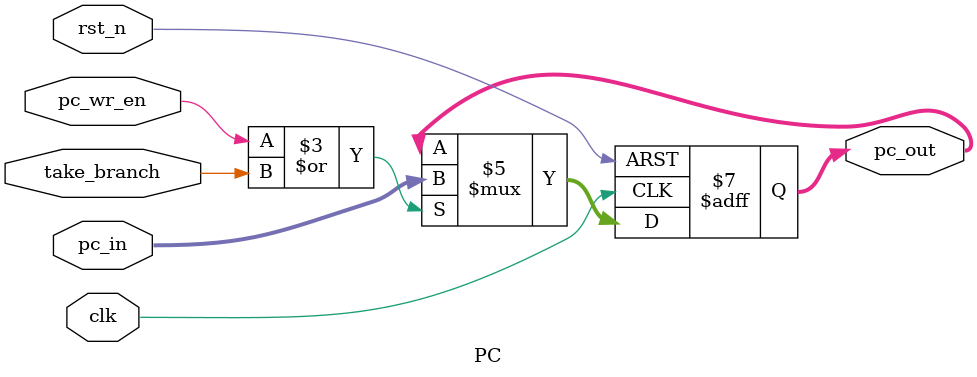
<source format=v>

module PC(clk,rst_n,pc_wr_en,take_branch, pc_in,pc_out);

input clk, rst_n;
input pc_wr_en, take_branch;			// asserted when PC update is requested
input [15:0] pc_in;

output reg [15:0] pc_out;	//output PC

/////////////////////////////////////
// PC is updated on falling edge //
///////////////////////////////////
always @(negedge clk, negedge rst_n)
  if (~rst_n)
    pc_out <= 16'h0000;
  else if (pc_wr_en | take_branch)
    pc_out <= pc_in;
  else
    pc_out <= pc_out;
endmodule
/*
module t_PC();
reg [15:0] pc_in;
wire [15:0] pc_out;
reg clk, rst_n, pc_wr_en;

PC uut(.clk(clk),.rst_n(rst_n),.pc_wr_en(pc_wr_en),.pc_in(pc_in),.pc_out(pc_out));
initial $monitor("rst:%b, PC_in:%d PC_out: %h, clk: %b", rst_n, pc_in, pc_out, clk);

//Reset initially
initial begin
rst_n = 1;
#2;
rst_n = 0;
#2;
rst_n = 1;
end
//Let the counter run
initial begin
clk = 1'b1;
pc_wr_en = 1'b1;
pc_in = 16'd0;
#50;
pc_wr_en = 0;
#20;
$stop;
end

//Clock
always clk = #5 ~clk;
//PC increment
always pc_in = #10 (pc_in + 16'd4);

endmodule
*/
</source>
